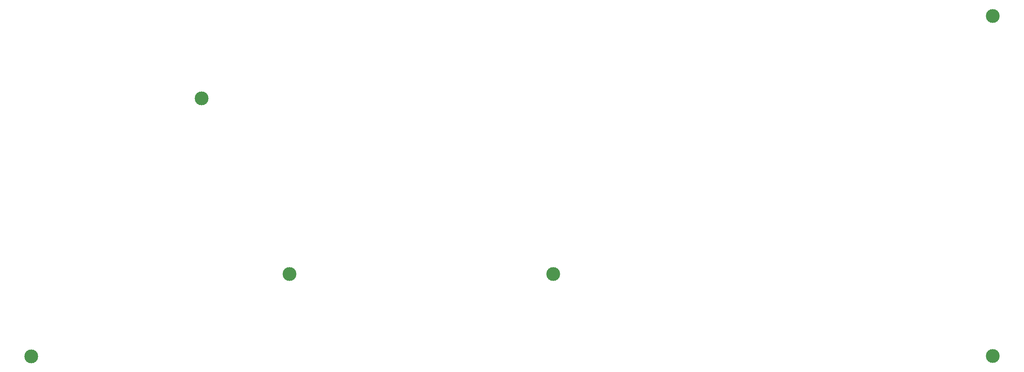
<source format=gbr>
G04 #@! TF.GenerationSoftware,KiCad,Pcbnew,(5.1.0-0)*
G04 #@! TF.CreationDate,2019-06-07T13:16:51+08:00*
G04 #@! TF.ProjectId,TopPlate,546f7050-6c61-4746-952e-6b696361645f,rev?*
G04 #@! TF.SameCoordinates,Original*
G04 #@! TF.FileFunction,Soldermask,Bot*
G04 #@! TF.FilePolarity,Negative*
%FSLAX46Y46*%
G04 Gerber Fmt 4.6, Leading zero omitted, Abs format (unit mm)*
G04 Created by KiCad (PCBNEW (5.1.0-0)) date 2019-06-07 13:16:51*
%MOMM*%
%LPD*%
G04 APERTURE LIST*
%ADD10C,3.000000*%
G04 APERTURE END LIST*
D10*
X89080000Y-100230000D03*
X70030000Y-62130000D03*
X241480000Y-118090000D03*
X241480000Y-44270000D03*
X146230000Y-100230000D03*
X33120000Y-118100000D03*
M02*

</source>
